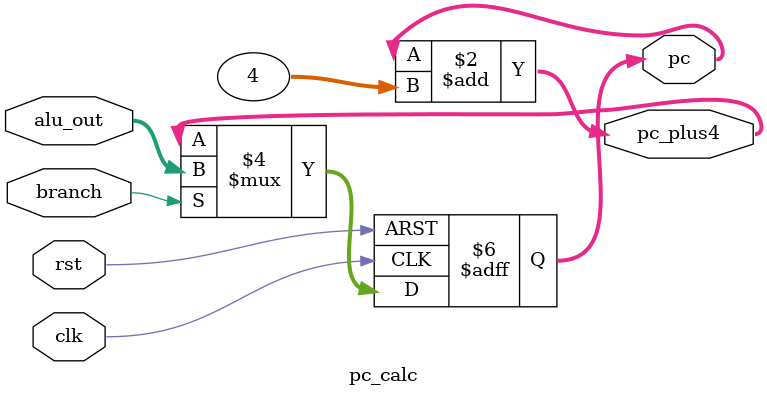
<source format=v>
`timescale 1ns / 1ps


module pc_calc
    (
    input clk,
    input rst, // ×¢ÒâÊÇÕýÓÐÐ§
    input branch,
    input [31:0] alu_out,
    output reg [31:0] pc,
    output [31:0] pc_plus4
    );
    
    always@(posedge clk or posedge rst) begin
        if (rst) pc <= 32'h8000_0000;
        else if (branch) pc <= alu_out;
        else pc <= pc_plus4;
    end
    
    assign pc_plus4 = pc + 32'h4;
    
endmodule

</source>
